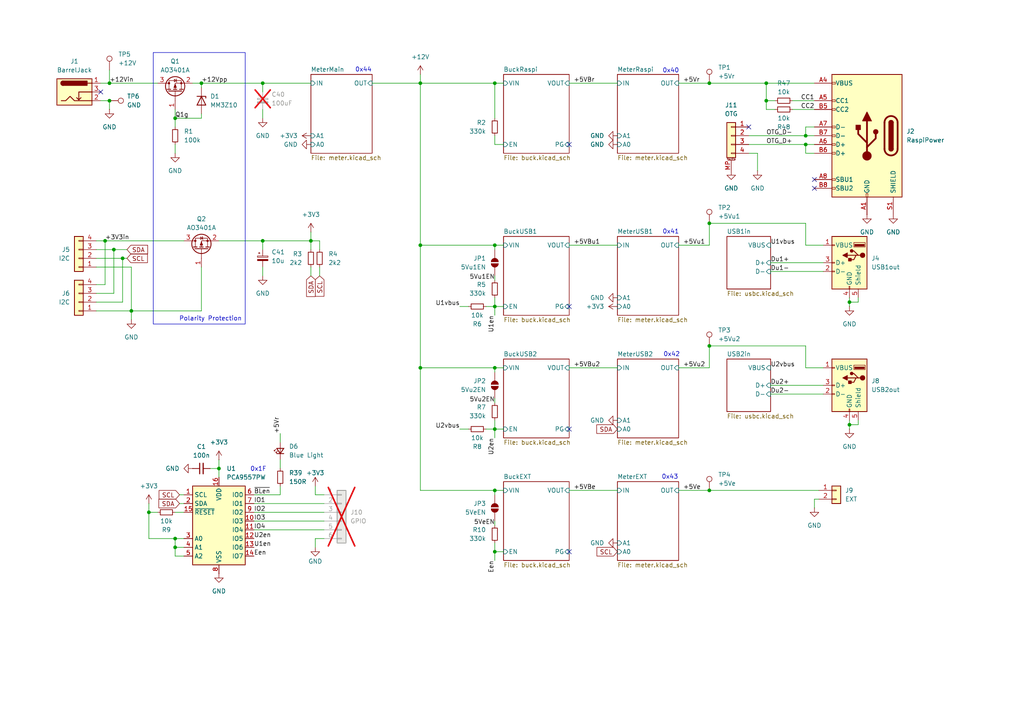
<source format=kicad_sch>
(kicad_sch (version 20231120) (generator "eeschema") (generator_version "8.0")
  (paper "A4")
  (title_block (title "BratwurstPower") (date "${DATE}") (rev "${VERSION}") (company "Qetesh"))
  (lib_symbols
    (symbol "Connector:Barrel_Jack_Switch" (pin_names hide)
      (property "Reference" "J" (at 0 5.334 0))
      (property "Value" "Barrel_Jack_Switch" (at 0 -5.08 0))
      (symbol "Barrel_Jack_Switch_1_1"
        (pin passive line (at 7.62 2.54 180) (length 2.54) (name "~") (number "1"))
        (pin passive line (at 7.62 -2.54 180) (length 2.54) (name "~") (number "2"))
        (pin passive line (at 7.62 0 180) (length 2.54) (name "~") (number "3"))
      )
    )
    (symbol "Connector:TestPoint" (pin_numbers hide) (pin_names (offset 0.762) hide)
      (property "Reference" "TP" (at 0 6.858 0))
      (property "Value" "TestPoint" (at 0 5.08 0))
      (symbol "TestPoint_1_1"
        (pin passive line (at 0 0 90) (length 2.54) (name "1") (number "1"))
      )
    )
    (symbol "Connector:USB_A" (pin_names (offset 1.016))
      (property "Reference" "J" (at -5.08 11.43 0))
      (property "Value" "USB_A" (at -5.08 8.89 0))
      (symbol "USB_A_1_1"
        (pin power_in line (at 7.62 5.08 180) (length 2.54) (name "VBUS") (number "1"))
        (pin bidirectional line (at 7.62 -2.54 180) (length 2.54) (name "D-") (number "2"))
        (pin bidirectional line (at 7.62 0 180) (length 2.54) (name "D+") (number "3"))
        (pin power_in line (at 0 -10.16 90) (length 2.54) (name "GND") (number "4"))
        (pin passive line (at -2.54 -10.16 90) (length 2.54) (name "Shield") (number "5"))
      )
    )
    (symbol "Connector:USB_C_Receptacle_USB2.0_16P" (pin_names (offset 1.016))
      (property "Reference" "J" (at 0 22.225 0))
      (property "Value" "USB_C_Receptacle_USB2.0_16P" (at 0 19.685 0))
      (symbol "USB_C_Receptacle_USB2.0_16P_1_1"
        (pin passive line (at 0 -22.86 90) (length 5.08) (name "GND") (number "A1"))
        (pin passive line (at 0 -22.86 90) (length 5.08) hide (name "GND") (number "A12"))
        (pin passive line (at 15.24 15.24 180) (length 5.08) (name "VBUS") (number "A4"))
        (pin bidirectional line (at 15.24 10.16 180) (length 5.08) (name "CC1") (number "A5"))
        (pin bidirectional line (at 15.24 -2.54 180) (length 5.08) (name "D+") (number "A6"))
        (pin bidirectional line (at 15.24 2.54 180) (length 5.08) (name "D-") (number "A7"))
        (pin bidirectional line (at 15.24 -12.7 180) (length 5.08) (name "SBU1") (number "A8"))
        (pin passive line (at 15.24 15.24 180) (length 5.08) hide (name "VBUS") (number "A9"))
        (pin passive line (at 0 -22.86 90) (length 5.08) hide (name "GND") (number "B1"))
        (pin passive line (at 0 -22.86 90) (length 5.08) hide (name "GND") (number "B12"))
        (pin passive line (at 15.24 15.24 180) (length 5.08) hide (name "VBUS") (number "B4"))
        (pin bidirectional line (at 15.24 7.62 180) (length 5.08) (name "CC2") (number "B5"))
        (pin bidirectional line (at 15.24 -5.08 180) (length 5.08) (name "D+") (number "B6"))
        (pin bidirectional line (at 15.24 0 180) (length 5.08) (name "D-") (number "B7"))
        (pin bidirectional line (at 15.24 -15.24 180) (length 5.08) (name "SBU2") (number "B8"))
        (pin passive line (at 15.24 15.24 180) (length 5.08) hide (name "VBUS") (number "B9"))
        (pin passive line (at -7.62 -22.86 90) (length 5.08) (name "SHIELD") (number "S1"))
      )
    )
    (symbol "Connector_Generic:Conn_01x02" (pin_names (offset 1.016) hide)
      (property "Reference" "J" (at 0 2.54 0))
      (property "Value" "Conn_01x02" (at 0 -5.08 0))
      (symbol "Conn_01x02_1_1"
        (pin passive line (at -5.08 0 0) (length 3.81) (name "Pin_1") (number "1"))
        (pin passive line (at -5.08 -2.54 0) (length 3.81) (name "Pin_2") (number "2"))
      )
    )
    (symbol "Connector_Generic:Conn_01x04" (pin_names (offset 1.016) hide)
      (property "Reference" "J" (at 0 5.08 0))
      (property "Value" "Conn_01x04" (at 0 -7.62 0))
      (symbol "Conn_01x04_1_1"
        (pin passive line (at -5.08 2.54 0) (length 3.81) (name "Pin_1") (number "1"))
        (pin passive line (at -5.08 0 0) (length 3.81) (name "Pin_2") (number "2"))
        (pin passive line (at -5.08 -2.54 0) (length 3.81) (name "Pin_3") (number "3"))
        (pin passive line (at -5.08 -5.08 0) (length 3.81) (name "Pin_4") (number "4"))
      )
    )
    (symbol "Connector_Generic:Conn_01x06" (pin_names (offset 1.016) hide)
      (property "Reference" "J" (at 0 7.62 0))
      (property "Value" "Conn_01x06" (at 0 -10.16 0))
      (symbol "Conn_01x06_1_1"
        (pin passive line (at -5.08 5.08 0) (length 3.81) (name "Pin_1") (number "1"))
        (pin passive line (at -5.08 2.54 0) (length 3.81) (name "Pin_2") (number "2"))
        (pin passive line (at -5.08 0 0) (length 3.81) (name "Pin_3") (number "3"))
        (pin passive line (at -5.08 -2.54 0) (length 3.81) (name "Pin_4") (number "4"))
        (pin passive line (at -5.08 -5.08 0) (length 3.81) (name "Pin_5") (number "5"))
        (pin passive line (at -5.08 -7.62 0) (length 3.81) (name "Pin_6") (number "6"))
      )
    )
    (symbol "Connector_Generic_MountingPin:Conn_01x04_MountingPin" (pin_names (offset 1.016) hide)
      (property "Reference" "J" (at 0 5.08 0))
      (property "Value" "Conn_01x04_MountingPin" (at 1.27 -7.62 0))
      (symbol "Conn_01x04_MountingPin_1_1"
        (text "Mounting" (at 0 -6.731 0) (effects (font (size 0.381 0.381))))
        (pin passive line (at -5.08 2.54 0) (length 3.81) (name "Pin_1") (number "1"))
        (pin passive line (at -5.08 0 0) (length 3.81) (name "Pin_2") (number "2"))
        (pin passive line (at -5.08 -2.54 0) (length 3.81) (name "Pin_3") (number "3"))
        (pin passive line (at -5.08 -5.08 0) (length 3.81) (name "Pin_4") (number "4"))
        (pin passive line (at 0 -10.16 90) (length 3.048) (name "MountPin") (number "MP"))
      )
    )
    (symbol "Device:C_Polarized_Small" (pin_numbers hide) (pin_names (offset 0.254) hide)
      (property "Reference" "C" (at 0.254 1.778 0))
      (property "Value" "C_Polarized_Small" (at 0.254 -2.032 0))
      (symbol "C_Polarized_Small_1_1"
        (pin passive line (at 0 2.54 270) (length 1.8542) (name "~") (number "1"))
        (pin passive line (at 0 -2.54 90) (length 1.8542) (name "~") (number "2"))
      )
    )
    (symbol "Device:C_Small" (pin_numbers hide) (pin_names (offset 0.254) hide)
      (property "Reference" "C" (at 0.254 1.778 0))
      (property "Value" "C_Small" (at 0.254 -2.032 0))
      (symbol "C_Small_1_1"
        (pin passive line (at 0 2.54 270) (length 2.032) (name "~") (number "1"))
        (pin passive line (at 0 -2.54 90) (length 2.032) (name "~") (number "2"))
      )
    )
    (symbol "Device:LED_Small" (pin_numbers hide) (pin_names (offset 0.254) hide)
      (property "Reference" "D" (at -1.27 3.175 0))
      (property "Value" "LED_Small" (at -4.445 -2.54 0))
      (symbol "LED_Small_1_1"
        (pin passive line (at -2.54 0 0) (length 1.778) (name "K") (number "1"))
        (pin passive line (at 2.54 0 180) (length 1.778) (name "A") (number "2"))
      )
    )
    (symbol "Device:R_Small" (pin_numbers hide) (pin_names (offset 0.254) hide)
      (property "Reference" "R" (at 0.762 0.508 0))
      (property "Value" "R_Small" (at 0.762 -1.016 0))
      (symbol "R_Small_1_1"
        (pin passive line (at 0 2.54 270) (length 0.762) (name "~") (number "1"))
        (pin passive line (at 0 -2.54 90) (length 0.762) (name "~") (number "2"))
      )
    )
    (symbol "Diode:MM3Zxx" (pin_numbers hide) (pin_names hide)
      (property "Reference" "D" (at 0 2.54 0))
      (property "Value" "MM3Zxx" (at 0 -2.54 0))
      (symbol "MM3Zxx_1_1"
        (pin passive line (at -3.81 0 0) (length 2.54) (name "K") (number "1"))
        (pin passive line (at 3.81 0 180) (length 2.54) (name "A") (number "2"))
      )
    )
    (symbol "Interface_Expansion:PCA9557PW"
      (property "Reference" "U" (at -7.62 11.43 0))
      (property "Value" "PCA9557PW" (at 2.54 11.43 0))
      (symbol "PCA9557PW_1_1"
        (pin input line (at -10.16 7.62 0) (length 2.54) (name "SCL") (number "1"))
        (pin bidirectional line (at 10.16 0 180) (length 2.54) (name "IO3") (number "10"))
        (pin bidirectional line (at 10.16 -2.54 180) (length 2.54) (name "IO4") (number "11"))
        (pin bidirectional line (at 10.16 -5.08 180) (length 2.54) (name "IO5") (number "12"))
        (pin bidirectional line (at 10.16 -7.62 180) (length 2.54) (name "IO6") (number "13"))
        (pin bidirectional line (at 10.16 -10.16 180) (length 2.54) (name "IO7") (number "14"))
        (pin input line (at -10.16 2.54 0) (length 2.54) (name "~{RESET}") (number "15"))
        (pin power_in line (at 0 12.7 270) (length 2.54) (name "VDD") (number "16"))
        (pin bidirectional line (at -10.16 5.08 0) (length 2.54) (name "SDA") (number "2"))
        (pin input line (at -10.16 -5.08 0) (length 2.54) (name "A0") (number "3"))
        (pin input line (at -10.16 -7.62 0) (length 2.54) (name "A1") (number "4"))
        (pin input line (at -10.16 -10.16 0) (length 2.54) (name "A2") (number "5"))
        (pin bidirectional line (at 10.16 7.62 180) (length 2.54) (name "IO0") (number "6"))
        (pin bidirectional line (at 10.16 5.08 180) (length 2.54) (name "IO1") (number "7"))
        (pin power_in line (at 0 -15.24 90) (length 2.54) (name "VSS") (number "8"))
        (pin bidirectional line (at 10.16 2.54 180) (length 2.54) (name "IO2") (number "9"))
      )
    )
    (symbol "Jumper:SolderJumper_2_Open" (pin_numbers hide) (pin_names (offset 0) hide) (exclude_from_sim yes) (in_bom no)
      (property "Reference" "JP" (at 0 2.032 0))
      (property "Value" "SolderJumper_2_Open" (at 0 -2.54 0))
      (symbol "SolderJumper_2_Open_1_1"
        (pin passive line (at -3.81 0 0) (length 2.54) (name "A") (number "1"))
        (pin passive line (at 3.81 0 180) (length 2.54) (name "B") (number "2"))
      )
    )
    (symbol "Transistor_FET:AO3401A" (pin_names hide)
      (property "Reference" "Q" (at 5.08 1.905 0))
      (property "Value" "AO3401A" (at 5.08 0 0))
      (symbol "AO3401A_1_1"
        (pin input line (at -5.08 0 0) (length 2.54) (name "G") (number "1"))
        (pin passive line (at 2.54 -5.08 90) (length 2.54) (name "S") (number "2"))
        (pin passive line (at 2.54 5.08 270) (length 2.54) (name "D") (number "3"))
      )
    )
    (symbol "power:+12V" (power) (pin_numbers hide) (pin_names (offset 0) hide)
      (property "Value" "+12V" (at 0 3.556 0))
      (symbol "+12V_1_1"
        (pin power_in line (at 0 0 90) (length 0) (name "~") (number "1"))
      )
    )
    (symbol "power:+3V3" (power) (pin_numbers hide) (pin_names (offset 0) hide)
      (property "Value" "+3V3" (at 0 3.556 0))
      (symbol "+3V3_1_1"
        (pin power_in line (at 0 0 90) (length 0) (name "~") (number "1"))
      )
    )
    (symbol "power:GND" (power) (pin_numbers hide) (pin_names (offset 0) hide)
      (property "Value" "GND" (at 0 -3.81 0))
      (symbol "GND_1_1"
        (pin power_in line (at 0 0 270) (length 0) (name "~") (number "1"))
      )
    )
    (symbol "power:PWR_FLAG" (power) (pin_numbers hide) (pin_names (offset 0) hide)
      (property "Value" "PWR_FLAG" (at 0 3.81 0))
      (symbol "PWR_FLAG_0_0"
        (pin power_out line (at 0 0 90) (length 0) (name "~") (number "1"))
      )
    )
  )
  (junction (at 143.51 142.24))
  (junction (at 121.92 24.13))
  (junction (at 246.38 123.19))
  (junction (at 143.51 24.13))
  (junction (at 76.2 24.13))
  (junction (at 205.74 142.24))
  (junction (at 58.42 24.13))
  (junction (at 43.18 148.59))
  (junction (at 31.75 24.13))
  (junction (at 50.8 156.21))
  (junction (at 205.74 64.77))
  (junction (at 143.51 71.12))
  (junction (at 205.74 100.33))
  (junction (at 222.25 29.21))
  (junction (at 222.25 24.13))
  (junction (at 38.1 90.17))
  (junction (at 31.75 29.21))
  (junction (at 76.2 69.85))
  (junction (at 121.92 71.12))
  (junction (at 246.38 87.63))
  (junction (at 143.51 88.9))
  (junction (at 143.51 124.46))
  (junction (at 50.8 158.75))
  (junction (at 30.48 69.85))
  (junction (at 143.51 160.02))
  (junction (at 205.74 24.13))
  (junction (at 121.92 106.68))
  (junction (at 63.5 135.89))
  (junction (at 143.51 106.68))
  (junction (at 35.56 74.93))
  (junction (at 233.68 39.37))
  (junction (at 90.17 69.85))
  (junction (at 50.8 34.29))
  (junction (at 233.68 41.91))
  (junction (at 33.02 72.39))
  (no_connect (at 165.1 88.9))
  (no_connect (at 165.1 124.46))
  (no_connect (at 165.1 160.02))
  (no_connect (at 165.1 41.91))
  (no_connect (at 236.22 52.07))
  (no_connect (at 29.21 26.67))
  (no_connect (at 236.22 54.61))
  (no_connect (at 217.17 36.83))
  (wire (pts (xy 30.48 69.85) (xy 27.94 69.85)))
  (wire (pts (xy 31.75 29.21) (xy 31.75 31.75)))
  (wire (pts (xy 27.94 90.17) (xy 38.1 90.17)))
  (wire (pts (xy 91.44 158.75) (xy 91.44 156.21)))
  (wire (pts (xy 31.75 29.21) (xy 29.21 29.21)))
  (wire (pts (xy 50.8 34.29) (xy 58.42 34.29)))
  (wire (pts (xy 143.51 24.13) (xy 143.51 34.29)))
  (wire (pts (xy 143.51 121.92) (xy 143.51 124.46)))
  (wire (pts (xy 73.66 148.59) (xy 93.98 148.59)))
  (wire (pts (xy 143.51 71.12) (xy 146.05 71.12)))
  (wire (pts (xy 81.28 125.73) (xy 81.28 128.27)))
  (wire (pts (xy 222.25 31.75) (xy 222.25 29.21)))
  (wire (pts (xy 140.97 88.9) (xy 143.51 88.9)))
  (wire (pts (xy 217.17 39.37) (xy 233.68 39.37)))
  (wire (pts (xy 63.5 133.35) (xy 63.5 135.89)))
  (wire (pts (xy 121.92 106.68) (xy 143.51 106.68)))
  (wire (pts (xy 43.18 156.21) (xy 43.18 148.59)))
  (wire (pts (xy 50.8 156.21) (xy 43.18 156.21)))
  (wire (pts (xy 222.25 24.13) (xy 236.22 24.13)))
  (wire (pts (xy 143.51 124.46) (xy 143.51 127)))
  (wire (pts (xy 143.51 106.68) (xy 143.51 107.95)))
  (wire (pts (xy 140.97 124.46) (xy 143.51 124.46)))
  (wire (pts (xy 143.51 157.48) (xy 143.51 160.02)))
  (wire (pts (xy 143.51 88.9) (xy 143.51 91.44)))
  (wire (pts (xy 223.52 78.74) (xy 238.76 78.74)))
  (wire (pts (xy 90.17 69.85) (xy 90.17 72.39)))
  (wire (pts (xy 205.74 142.24) (xy 237.49 142.24)))
  (wire (pts (xy 196.85 142.24) (xy 205.74 142.24)))
  (wire (pts (xy 248.92 123.19) (xy 248.92 121.92)))
  (wire (pts (xy 246.38 87.63) (xy 246.38 86.36)))
  (wire (pts (xy 50.8 34.29) (xy 50.8 36.83)))
  (wire (pts (xy 223.52 114.3) (xy 238.76 114.3)))
  (wire (pts (xy 219.71 49.53) (xy 219.71 44.45)))
  (wire (pts (xy 205.74 64.77) (xy 233.68 64.77)))
  (wire (pts (xy 233.68 41.91) (xy 236.22 41.91)))
  (wire (pts (xy 58.42 24.13) (xy 55.88 24.13)))
  (wire (pts (xy 58.42 34.29) (xy 58.42 33.02)))
  (wire (pts (xy 233.68 106.68) (xy 238.76 106.68)))
  (wire (pts (xy 73.66 151.13) (xy 93.98 151.13)))
  (wire (pts (xy 58.42 77.47) (xy 58.42 90.17)))
  (wire (pts (xy 219.71 44.45) (xy 217.17 44.45)))
  (wire (pts (xy 33.02 72.39) (xy 36.83 72.39)))
  (wire (pts (xy 133.35 88.9) (xy 135.89 88.9)))
  (wire (pts (xy 121.92 21.59) (xy 121.92 24.13)))
  (wire (pts (xy 196.85 106.68) (xy 205.74 106.68)))
  (wire (pts (xy 223.52 76.2) (xy 238.76 76.2)))
  (wire (pts (xy 246.38 123.19) (xy 246.38 124.46)))
  (wire (pts (xy 76.2 24.13) (xy 76.2 26.67)))
  (wire (pts (xy 165.1 106.68) (xy 179.07 106.68)))
  (wire (pts (xy 246.38 123.19) (xy 248.92 123.19)))
  (wire (pts (xy 146.05 142.24) (xy 143.51 142.24)))
  (wire (pts (xy 121.92 24.13) (xy 143.51 24.13)))
  (wire (pts (xy 165.1 142.24) (xy 179.07 142.24)))
  (wire (pts (xy 81.28 143.51) (xy 73.66 143.51)))
  (wire (pts (xy 50.8 148.59) (xy 53.34 148.59)))
  (wire (pts (xy 76.2 77.47) (xy 76.2 80.01)))
  (wire (pts (xy 27.94 72.39) (xy 33.02 72.39)))
  (wire (pts (xy 33.02 85.09) (xy 33.02 72.39)))
  (wire (pts (xy 38.1 92.71) (xy 38.1 90.17)))
  (wire (pts (xy 58.42 24.13) (xy 76.2 24.13)))
  (wire (pts (xy 196.85 24.13) (xy 205.74 24.13)))
  (wire (pts (xy 30.48 69.85) (xy 53.34 69.85)))
  (wire (pts (xy 143.51 142.24) (xy 143.51 143.51)))
  (wire (pts (xy 76.2 69.85) (xy 90.17 69.85)))
  (wire (pts (xy 229.87 29.21) (xy 236.22 29.21)))
  (wire (pts (xy 121.92 71.12) (xy 143.51 71.12)))
  (wire (pts (xy 236.22 44.45) (xy 233.68 44.45)))
  (wire (pts (xy 196.85 71.12) (xy 205.74 71.12)))
  (wire (pts (xy 121.92 24.13) (xy 121.92 71.12)))
  (wire (pts (xy 50.8 31.75) (xy 50.8 34.29)))
  (wire (pts (xy 90.17 77.47) (xy 90.17 80.01)))
  (wire (pts (xy 91.44 140.97) (xy 91.44 143.51)))
  (wire (pts (xy 76.2 69.85) (xy 76.2 72.39)))
  (wire (pts (xy 58.42 25.4) (xy 58.42 24.13)))
  (wire (pts (xy 121.92 106.68) (xy 121.92 142.24)))
  (wire (pts (xy 73.66 146.05) (xy 93.98 146.05)))
  (wire (pts (xy 233.68 64.77) (xy 233.68 71.12)))
  (wire (pts (xy 233.68 44.45) (xy 233.68 41.91)))
  (wire (pts (xy 27.94 87.63) (xy 35.56 87.63)))
  (wire (pts (xy 205.74 71.12) (xy 205.74 64.77)))
  (wire (pts (xy 246.38 87.63) (xy 246.38 88.9)))
  (wire (pts (xy 143.51 115.57) (xy 143.51 116.84)))
  (wire (pts (xy 38.1 90.17) (xy 38.1 77.47)))
  (wire (pts (xy 246.38 123.19) (xy 246.38 121.92)))
  (wire (pts (xy 143.51 86.36) (xy 143.51 88.9)))
  (wire (pts (xy 81.28 140.97) (xy 81.28 143.51)))
  (wire (pts (xy 143.51 39.37) (xy 143.51 41.91)))
  (wire (pts (xy 58.42 90.17) (xy 38.1 90.17)))
  (wire (pts (xy 81.28 133.35) (xy 81.28 135.89)))
  (wire (pts (xy 233.68 100.33) (xy 233.68 106.68)))
  (wire (pts (xy 91.44 156.21) (xy 93.98 156.21)))
  (wire (pts (xy 90.17 67.31) (xy 90.17 69.85)))
  (wire (pts (xy 165.1 24.13) (xy 179.07 24.13)))
  (wire (pts (xy 53.34 156.21) (xy 50.8 156.21)))
  (wire (pts (xy 50.8 161.29) (xy 50.8 158.75)))
  (wire (pts (xy 35.56 74.93) (xy 36.83 74.93)))
  (wire (pts (xy 53.34 161.29) (xy 50.8 161.29)))
  (wire (pts (xy 143.51 88.9) (xy 146.05 88.9)))
  (wire (pts (xy 53.34 158.75) (xy 50.8 158.75)))
  (wire (pts (xy 236.22 147.32) (xy 236.22 144.78)))
  (wire (pts (xy 143.51 72.39) (xy 143.51 71.12)))
  (wire (pts (xy 143.51 41.91) (xy 146.05 41.91)))
  (wire (pts (xy 233.68 71.12) (xy 238.76 71.12)))
  (wire (pts (xy 143.51 80.01) (xy 143.51 81.28)))
  (wire (pts (xy 143.51 124.46) (xy 146.05 124.46)))
  (wire (pts (xy 76.2 24.13) (xy 90.17 24.13)))
  (wire (pts (xy 63.5 69.85) (xy 76.2 69.85)))
  (wire (pts (xy 27.94 82.55) (xy 30.48 82.55)))
  (wire (pts (xy 233.68 36.83) (xy 233.68 39.37)))
  (wire (pts (xy 236.22 144.78) (xy 237.49 144.78)))
  (wire (pts (xy 27.94 85.09) (xy 33.02 85.09)))
  (wire (pts (xy 27.94 77.47) (xy 38.1 77.47)))
  (wire (pts (xy 248.92 87.63) (xy 248.92 86.36)))
  (wire (pts (xy 92.71 69.85) (xy 92.71 72.39)))
  (wire (pts (xy 63.5 135.89) (xy 63.5 138.43)))
  (wire (pts (xy 233.68 39.37) (xy 236.22 39.37)))
  (wire (pts (xy 50.8 41.91) (xy 50.8 44.45)))
  (wire (pts (xy 43.18 146.05) (xy 43.18 148.59)))
  (wire (pts (xy 236.22 36.83) (xy 233.68 36.83)))
  (wire (pts (xy 246.38 87.63) (xy 248.92 87.63)))
  (wire (pts (xy 229.87 31.75) (xy 236.22 31.75)))
  (wire (pts (xy 91.44 143.51) (xy 93.98 143.51)))
  (wire (pts (xy 31.75 24.13) (xy 45.72 24.13)))
  (wire (pts (xy 76.2 31.75) (xy 76.2 34.29)))
  (wire (pts (xy 143.51 151.13) (xy 143.51 152.4)))
  (wire (pts (xy 121.92 71.12) (xy 121.92 106.68)))
  (wire (pts (xy 43.18 148.59) (xy 45.72 148.59)))
  (wire (pts (xy 27.94 74.93) (xy 35.56 74.93)))
  (wire (pts (xy 217.17 41.91) (xy 233.68 41.91)))
  (wire (pts (xy 29.21 24.13) (xy 31.75 24.13)))
  (wire (pts (xy 50.8 158.75) (xy 50.8 156.21)))
  (wire (pts (xy 222.25 29.21) (xy 222.25 24.13)))
  (wire (pts (xy 205.74 24.13) (xy 222.25 24.13)))
  (wire (pts (xy 205.74 100.33) (xy 233.68 100.33)))
  (wire (pts (xy 143.51 160.02) (xy 143.51 162.56)))
  (wire (pts (xy 224.79 29.21) (xy 222.25 29.21)))
  (wire (pts (xy 52.07 143.51) (xy 53.34 143.51)))
  (wire (pts (xy 205.74 106.68) (xy 205.74 100.33)))
  (wire (pts (xy 223.52 111.76) (xy 238.76 111.76)))
  (wire (pts (xy 143.51 24.13) (xy 146.05 24.13)))
  (wire (pts (xy 143.51 106.68) (xy 146.05 106.68)))
  (wire (pts (xy 60.96 135.89) (xy 63.5 135.89)))
  (wire (pts (xy 30.48 82.55) (xy 30.48 69.85)))
  (wire (pts (xy 92.71 77.47) (xy 92.71 80.01)))
  (wire (pts (xy 107.95 24.13) (xy 121.92 24.13)))
  (wire (pts (xy 31.75 20.32) (xy 31.75 24.13)))
  (wire (pts (xy 224.79 31.75) (xy 222.25 31.75)))
  (wire (pts (xy 143.51 160.02) (xy 146.05 160.02)))
  (wire (pts (xy 121.92 142.24) (xy 143.51 142.24)))
  (wire (pts (xy 92.71 69.85) (xy 90.17 69.85)))
  (wire (pts (xy 52.07 146.05) (xy 53.34 146.05)))
  (wire (pts (xy 165.1 71.12) (xy 179.07 71.12)))
  (wire (pts (xy 35.56 87.63) (xy 35.56 74.93)))
  (wire (pts (xy 73.66 153.67) (xy 93.98 153.67)))
  (wire (pts (xy 133.35 124.46) (xy 135.89 124.46)))
  (text_box "Polarity Protection" (at 44.45 15.24 0) (size 26.67 78.74) (effects (font (size 1.27 1.27)) (justify right bottom)))
  (text "0x41" (at 194.564 67.31 0) (effects (font (size 1.27 1.27))))
  (text "0x1F" (at 74.93 136.144 0) (effects (font (size 1.27 1.27))))
  (text "0x44" (at 105.41 20.32 0) (effects (font (size 1.27 1.27))))
  (text "0x40" (at 194.564 20.574 0) (effects (font (size 1.27 1.27))))
  (text "0x43" (at 194.31 138.43 0) (effects (font (size 1.27 1.27))))
  (text "0x42" (at 194.818 102.87 0) (effects (font (size 1.27 1.27))))
  (label "5Vu2EN" (at 143.51 116.84 180))
  (label "~{BLen}" (at 73.66 143.51 0))
  (label "+5VBr" (at 166.37 24.13 0))
  (label "U2en" (at 143.51 127 270))
  (label "IO1" (at 73.66 146.05 0))
  (label "Een" (at 143.51 162.56 270))
  (label "U1en" (at 73.66 158.75 0))
  (label "IO3" (at 73.66 151.13 0))
  (label "Q1g" (at 50.8 34.29 0))
  (label "IO2" (at 73.66 148.59 0))
  (label "+12Vpp" (at 58.42 24.13 0))
  (label "U1en" (at 143.51 91.44 270))
  (label "U1vbus" (at 223.52 71.12 0))
  (label "5VeEN" (at 143.51 152.4 180))
  (label "U2vbus" (at 223.52 106.68 0))
  (label "CC2" (at 236.22 31.75 180))
  (label "+5Vu2" (at 198.12 106.68 0))
  (label "Een" (at 73.66 161.29 0))
  (label "+5VBu1" (at 166.37 71.12 0))
  (label "Du1-" (at 223.52 78.74 0))
  (label "Du2+" (at 223.52 111.76 0))
  (label "5Vu1EN" (at 143.51 81.28 180))
  (label "OTG_D-" (at 222.25 39.37 0))
  (label "+5Vr" (at 198.12 24.13 0))
  (label "U2vbus" (at 133.35 124.46 180))
  (label "+5Vr" (at 81.28 125.73 90))
  (label "IO4" (at 73.66 153.67 0))
  (label "+3V3in" (at 30.48 69.85 0))
  (label "OTG_D+" (at 222.25 41.91 0))
  (label "U2en" (at 73.66 156.21 0))
  (label "+5Ve" (at 198.12 142.24 0))
  (label "+12Vin" (at 31.75 24.13 0))
  (label "Du1+" (at 223.52 76.2 0))
  (label "U1vbus" (at 133.35 88.9 180))
  (label "+5VBe" (at 166.37 142.24 0))
  (label "+5VBu2" (at 166.37 106.68 0))
  (label "+5Vu1" (at 198.12 71.12 0))
  (label "CC1" (at 236.22 29.21 180))
  (label "Du2-" (at 223.52 114.3 0))
  (global_label "SDA" (shape input) (at 90.17 80.01 270) (property "Intersheetrefs" "${INTERSHEET_REFS}" (effects (hide yes))))
  (global_label "SCL" (shape input) (at 179.07 160.02 180) (property "Intersheetrefs" "${INTERSHEET_REFS}" (effects (hide yes))))
  (global_label "SCL" (shape input) (at 36.83 74.93 0) (property "Intersheetrefs" "${INTERSHEET_REFS}" (effects (hide yes))))
  (global_label "SDA" (shape input) (at 52.07 146.05 180) (property "Intersheetrefs" "${INTERSHEET_REFS}" (effects (hide yes))))
  (global_label "SDA" (shape input) (at 36.83 72.39 0) (property "Intersheetrefs" "${INTERSHEET_REFS}" (effects (hide yes))))
  (global_label "SCL" (shape input) (at 52.07 143.51 180) (property "Intersheetrefs" "${INTERSHEET_REFS}" (effects (hide yes))))
  (global_label "SCL" (shape input) (at 92.71 80.01 270) (property "Intersheetrefs" "${INTERSHEET_REFS}" (effects (hide yes))))
  (global_label "SDA" (shape input) (at 179.07 124.46 180) (property "Intersheetrefs" "${INTERSHEET_REFS}" (effects (hide yes))))
  (symbol (lib_id "power:+3V3") (at 90.17 67.31 0) (unit 1)
    (property "Reference" "#PWR06" (effects (hide yes)))
    (property "Value" "+3V3" (at 90.17 62.23 0))
    (property "Description" "Power symbol creates a global label with name \"+3V3\"" (effects (hide yes)))
  )
  (symbol (lib_id "power:GND") (at -10.16 162.56 180) (unit 1)
    (property "Reference" "#PWR022" (effects (hide yes)))
    (property "Value" "GND" (at -10.16 157.48 0))
    (property "Description" "Power symbol creates a global label with name \"GND\" , ground" (effects (hide yes)))
  )
  (symbol (lib_id "Device:C_Polarized_Small") (at 76.2 74.93 0) (unit 1)
    (property "Reference" "C41" (at 78.74 73.1138 0) (effects (justify left)))
    (property "Value" "10u" (at 78.74 75.6538 0) (effects (justify left)))
    (property "Footprint" "Capacitor_Tantalum_SMD:CP_EIA-3216-18_Kemet-A" (effects (hide yes)))
    (property "Description" "Polarized capacitor, small symbol" (effects (hide yes)))
  )
  (symbol (lib_id "power:PWR_FLAG") (at -20.32 162.56 180) (unit 1)
    (property "Reference" "#FLG03" (effects (hide yes)))
    (property "Value" "PWR_FLAG" (at -20.32 167.64 0))
    (property "Description" "Special symbol for telling ERC where power comes from" (effects (hide yes)))
  )
  (symbol (lib_id "Device:R_Small") (at 48.26 148.59 90) (mirror x) (unit 1)
    (property "Reference" "R9" (at 48.26 153.67 90))
    (property "Value" "10k" (at 48.26 151.13 90))
    (property "Footprint" "Resistor_SMD:R_0402_1005Metric" (effects (hide yes)))
    (property "Description" "Resistor, small symbol" (effects (hide yes)))
    (property "LCSC" "C25744" (effects (hide yes)))
  )
  (symbol (lib_id "Connector:USB_A") (at 246.38 76.2 0) (mirror y) (unit 1)
    (property "Reference" "J4" (at 252.73 74.9299 0) (effects (justify right)))
    (property "Value" "USB1out" (at 252.73 77.4699 0) (effects (justify right)))
    (property "Footprint" "Connector_USB:USB_A_Molex_67643_Horizontal" (effects (hide yes)))
    (property "Description" "USB Type A connector" (effects (hide yes)))
    (property "LCSC" "C2798029" (effects (hide yes)))
  )
  (symbol (lib_id "Device:C_Polarized_Small") (at 76.2 29.21 0) (unit 1) (dnp yes)
    (property "Reference" "C40" (at 78.74 27.3938 0) (effects (justify left)))
    (property "Value" "100uF" (at 78.74 29.9338 0) (effects (justify left)))
    (property "Footprint" "Capacitor_THT:CP_Radial_D6.3mm_P2.50mm" (effects (hide yes)))
    (property "Description" "Polarized capacitor, small symbol" (effects (hide yes)))
  )
  (symbol (lib_id "Diode:MM3Zxx") (at 58.42 29.21 270) (unit 1)
    (property "Reference" "D1" (at 60.96 27.9399 90) (effects (justify left)))
    (property "Value" "MM3Z10" (at 60.96 30.4799 90) (effects (justify left)))
    (property "Footprint" "Diode_SMD:D_SOD-323F" (effects (hide yes)))
    (property "Datasheet" "https://diotec.com/tl_files/diotec/files/pdf/datasheets/mm3z2v4.pdf" (effects (hide yes)))
    (property "Description" "300mW Zener Diode, SOD-323F" (effects (hide yes)))
    (property "LCSC" "C19077459" (effects (hide yes)))
  )
  (symbol (lib_id "power:+3V3") (at -20.32 162.56 0) (unit 1)
    (property "Reference" "#PWR039" (effects (hide yes)))
    (property "Value" "+3V3" (at -20.32 157.48 0))
    (property "Description" "Power symbol creates a global label with name \"+3V3\"" (effects (hide yes)))
  )
  (symbol (lib_id "Connector:TestPoint") (at 205.74 64.77 0) (unit 1) (in_bom no)
    (property "Reference" "TP2" (at 208.28 60.1979 0) (effects (justify left)))
    (property "Value" "+5Vu1" (at 208.28 62.7379 0) (effects (justify left)))
    (property "Footprint" "TestPoint:TestPoint_THTPad_D1.0mm_Drill0.5mm" (effects (hide yes)))
    (property "Description" "test point" (effects (hide yes)))
  )
  (symbol (lib_id "power:+3V3") (at 91.44 140.97 0) (unit 1)
    (property "Reference" "#PWR041" (effects (hide yes)))
    (property "Value" "+3V3" (at 91.44 137.16 0))
    (property "Description" "Power symbol creates a global label with name \"+3V3\"" (effects (hide yes)))
  )
  (symbol (lib_id "Device:R_Small") (at 143.51 36.83 0) (unit 1)
    (property "Reference" "R2" (at 140.97 35.5599 0) (effects (justify right)))
    (property "Value" "330k" (at 140.97 38.0999 0) (effects (justify right)))
    (property "Footprint" "Resistor_SMD:R_0402_1005Metric" (effects (hide yes)))
    (property "Description" "Resistor, small symbol" (effects (hide yes)))
    (property "LCSC" "C25778" (effects (hide yes)))
  )
  (symbol (lib_id "power:GND") (at 50.8 44.45 0) (unit 1)
    (property "Reference" "#PWR021" (effects (hide yes)))
    (property "Value" "GND" (at 50.8 49.53 0))
    (property "Description" "Power symbol creates a global label with name \"GND\" , ground" (effects (hide yes)))
  )
  (symbol (lib_id "Device:R_Small") (at 143.51 154.94 0) (unit 1)
    (property "Reference" "R10" (at 140.97 153.6699 0) (effects (justify right)))
    (property "Value" "330k" (at 140.97 156.2099 0) (effects (justify right)))
    (property "Footprint" "Resistor_SMD:R_0402_1005Metric" (effects (hide yes)))
    (property "Description" "Resistor, small symbol" (effects (hide yes)))
    (property "LCSC" "C25778" (effects (hide yes)))
  )
  (symbol (lib_id "power:+12V") (at 121.92 21.59 0) (unit 1)
    (property "Reference" "#PWR01" (effects (hide yes)))
    (property "Value" "+12V" (at 121.92 16.51 0))
    (property "Description" "Power symbol creates a global label with name \"+12V\"" (effects (hide yes)))
  )
  (symbol (lib_id "Connector:TestPoint") (at 31.75 20.32 0) (mirror y) (unit 1) (in_bom no)
    (property "Reference" "TP5" (at 34.29 15.7479 0) (effects (justify right)))
    (property "Value" "+12V" (at 34.29 18.2879 0) (effects (justify right)))
    (property "Footprint" "TestPoint:TestPoint_THTPad_D2.0mm_Drill1.0mm" (effects (hide yes)))
    (property "Description" "test point" (effects (hide yes)))
  )
  (symbol (lib_id "Connector:Barrel_Jack_Switch") (at 21.59 26.67 0) (unit 1)
    (property "Reference" "J1" (at 21.59 17.78 0))
    (property "Value" "BarrelJack" (at 21.59 20.32 0))
    (property "Footprint" "BratwurstPower:BarrelJack_Combined" (effects (hide yes)))
    (property "Description" "DC Barrel Jack with an internal switch" (effects (hide yes)))
  )
  (symbol (lib_id "power:GND") (at 179.07 39.37 270) (unit 1)
    (property "Reference" "#PWR02" (effects (hide yes)))
    (property "Value" "GND" (at 175.26 39.3699 90) (effects (justify right)))
    (property "Description" "Power symbol creates a global label with name \"GND\" , ground" (effects (hide yes)))
  )
  (symbol (lib_id "Connector:TestPoint") (at 205.74 100.33 0) (unit 1) (in_bom no)
    (property "Reference" "TP3" (at 208.28 95.7579 0) (effects (justify left)))
    (property "Value" "+5Vu2" (at 208.28 98.2979 0) (effects (justify left)))
    (property "Footprint" "TestPoint:TestPoint_THTPad_D1.0mm_Drill0.5mm" (effects (hide yes)))
    (property "Description" "test point" (effects (hide yes)))
  )
  (symbol (lib_id "Jumper:SolderJumper_2_Open") (at 143.51 76.2 270) (mirror x) (unit 1) (exclude_from_sim yes) (in_bom no)
    (property "Reference" "JP1" (at 140.97 74.9299 90) (effects (justify right)))
    (property "Value" "5Vu1EN" (at 140.97 77.4699 90) (effects (justify right)))
    (property "Footprint" "Jumper:SolderJumper-2_P1.3mm_Open_TrianglePad1.0x1.5mm" (effects (hide yes)))
    (property "Description" "Solder Jumper, 2-pole, open" (effects (hide yes)))
  )
  (symbol (lib_id "Interface_Expansion:PCA9557PW") (at 63.5 151.13 0) (unit 1)
    (property "Reference" "U1" (at 65.6941 135.89 0) (effects (justify left)))
    (property "Value" "PCA9557PW" (at 65.6941 138.43 0) (effects (justify left)))
    (property "Footprint" "Package_SO:TSSOP-16_4.4x5mm_P0.65mm" (effects (hide yes)))
    (property "Datasheet" "https://www.nxp.com/docs/en/data-sheet/PCA9557.pdf" (effects (hide yes)))
    (property "Description" "8-bit I2C-bus and SMBus I/O port with reset, TSSOP-16" (effects (hide yes)))
    (property "LCSC" "C141380" (effects (hide yes)))
  )
  (symbol (lib_id "Connector_Generic:Conn_01x06") (at 99.06 148.59 0) (unit 1) (dnp yes)
    (property "Reference" "J10" (at 101.6 148.5899 0) (effects (justify left)))
    (property "Value" "GPIO" (at 101.6 151.1299 0) (effects (justify left)))
    (property "Footprint" "Connector_PinHeader_2.54mm:PinHeader_1x06_P2.54mm_Vertical" (effects (hide yes)))
    (property "Description" "Generic connector, single row, 01x06, script generated (kicad-library-utils/schlib/autogen/connector/)" (effects (hide yes)))
  )
  (symbol (lib_id "Connector:USB_A") (at 246.38 111.76 0) (mirror y) (unit 1)
    (property "Reference" "J8" (at 252.73 110.4899 0) (effects (justify right)))
    (property "Value" "USB2out" (at 252.73 113.0299 0) (effects (justify right)))
    (property "Footprint" "Connector_USB:USB_A_Molex_67643_Horizontal" (effects (hide yes)))
    (property "Description" "USB Type A connector" (effects (hide yes)))
    (property "LCSC" "C2798029" (effects (hide yes)))
  )
  (symbol (lib_id "Device:R_Small") (at 138.43 88.9 90) (mirror x) (unit 1)
    (property "Reference" "R6" (at 138.43 93.98 90))
    (property "Value" "10k" (at 138.43 91.44 90))
    (property "Footprint" "Resistor_SMD:R_0402_1005Metric" (effects (hide yes)))
    (property "Description" "Resistor, small symbol" (effects (hide yes)))
    (property "LCSC" "C25744" (effects (hide yes)))
  )
  (symbol (lib_id "power:+3V3") (at 43.18 146.05 0) (unit 1)
    (property "Reference" "#PWR017" (effects (hide yes)))
    (property "Value" "+3V3" (at 43.18 140.97 0))
    (property "Description" "Power symbol creates a global label with name \"+3V3\"" (effects (hide yes)))
  )
  (symbol (lib_id "power:GND") (at 76.2 80.01 0) (unit 1)
    (property "Reference" "#PWR048" (effects (hide yes)))
    (property "Value" "GND" (at 76.2 85.09 0))
    (property "Description" "Power symbol creates a global label with name \"GND\" , ground" (effects (hide yes)))
  )
  (symbol (lib_id "power:GND") (at 179.07 41.91 270) (unit 1)
    (property "Reference" "#PWR03" (effects (hide yes)))
    (property "Value" "GND" (at 175.26 41.9099 90) (effects (justify right)))
    (property "Description" "Power symbol creates a global label with name \"GND\" , ground" (effects (hide yes)))
  )
  (symbol (lib_id "Device:R_Small") (at 227.33 29.21 90) (mirror x) (unit 1)
    (property "Reference" "R47" (at 227.33 24.13 90))
    (property "Value" "10k" (at 227.33 26.67 90))
    (property "Footprint" "Resistor_SMD:R_0402_1005Metric" (effects (hide yes)))
    (property "Description" "Resistor, small symbol" (effects (hide yes)))
    (property "LCSC" "C25744" (effects (hide yes)))
  )
  (symbol (lib_id "Device:R_Small") (at 138.43 124.46 90) (mirror x) (unit 1)
    (property "Reference" "R8" (at 138.43 129.54 90))
    (property "Value" "10k" (at 138.43 127 90))
    (property "Footprint" "Resistor_SMD:R_0402_1005Metric" (effects (hide yes)))
    (property "Description" "Resistor, small symbol" (effects (hide yes)))
    (property "LCSC" "C25744" (effects (hide yes)))
  )
  (symbol (lib_id "Connector_Generic_MountingPin:Conn_01x04_MountingPin") (at 212.09 39.37 0) (mirror y) (unit 1)
    (property "Reference" "J11" (at 212.09 30.48 0))
    (property "Value" "OTG" (at 212.09 33.02 0))
    (property "Footprint" "Connector_JST:JST_SH_SM04B-SRSS-TB_1x04-1MP_P1.00mm_Horizontal" (effects (hide yes)))
    (property "Description" "Generic connectable mounting pin connector, single row, 01x04, script generated (kicad-library-utils/schlib/autogen/connector/)" (effects (hide yes)))
    (property "LCSC" "C160404" (effects (hide yes)))
  )
  (symbol (lib_id "power:GND") (at 31.75 31.75 0) (unit 1)
    (property "Reference" "#PWR05" (effects (hide yes)))
    (property "Value" "GND" (at 31.75 36.83 0))
    (property "Description" "Power symbol creates a global label with name \"GND\" , ground" (effects (hide yes)))
  )
  (symbol (lib_id "Connector:TestPoint") (at 205.74 24.13 0) (unit 1) (in_bom no)
    (property "Reference" "TP1" (at 208.28 19.5579 0) (effects (justify left)))
    (property "Value" "+5Vr" (at 208.28 22.0979 0) (effects (justify left)))
    (property "Footprint" "TestPoint:TestPoint_THTPad_D1.0mm_Drill0.5mm" (effects (hide yes)))
    (property "Description" "test point" (effects (hide yes)))
  )
  (symbol (lib_id "power:GND") (at 179.07 121.92 270) (unit 1)
    (property "Reference" "#PWR012" (effects (hide yes)))
    (property "Value" "GND" (at 175.26 121.9199 90) (effects (justify right)))
    (property "Description" "Power symbol creates a global label with name \"GND\" , ground" (effects (hide yes)))
  )
  (symbol (lib_id "Connector_Generic:Conn_01x04") (at 22.86 74.93 180) (unit 1)
    (property "Reference" "J5" (at 20.32 72.3899 0) (effects (justify left)))
    (property "Value" "I2C" (at 20.32 74.9299 0) (effects (justify left)))
    (property "Footprint" "Connector_JST:JST_PH_S4B-PH-K_1x04_P2.00mm_Horizontal" (effects (hide yes)))
    (property "Description" "Generic connector, single row, 01x04, script generated (kicad-library-utils/schlib/autogen/connector/)" (effects (hide yes)))
    (property "LCSC" "C265452" (effects (hide yes)))
  )
  (symbol (lib_id "power:GND") (at 219.71 49.53 0) (unit 1)
    (property "Reference" "#PWR054" (effects (hide yes)))
    (property "Value" "GND" (at 219.71 54.61 0))
    (property "Description" "Power symbol creates a global label with name \"GND\" , ground" (effects (hide yes)))
  )
  (symbol (lib_id "power:GND") (at 246.38 88.9 0) (unit 1)
    (property "Reference" "#PWR010" (effects (hide yes)))
    (property "Value" "GND" (at 246.38 93.98 0))
    (property "Description" "Power symbol creates a global label with name \"GND\" , ground" (effects (hide yes)))
  )
  (symbol (lib_id "Device:R_Small") (at 81.28 138.43 0) (unit 1)
    (property "Reference" "R39" (at 83.82 137.1599 0) (effects (justify left)))
    (property "Value" "150R" (at 83.82 139.6999 0) (effects (justify left)))
    (property "Footprint" "Resistor_SMD:R_0402_1005Metric" (effects (hide yes)))
    (property "Description" "Resistor, small symbol" (effects (hide yes)))
    (property "LCSC" "C25082" (effects (hide yes)))
  )
  (symbol (lib_id "Jumper:SolderJumper_2_Open") (at 143.51 147.32 270) (mirror x) (unit 1) (exclude_from_sim yes) (in_bom no)
    (property "Reference" "JP3" (at 140.97 146.0499 90) (effects (justify right)))
    (property "Value" "5VeEN" (at 140.97 148.5899 90) (effects (justify right)))
    (property "Footprint" "Jumper:SolderJumper-2_P1.3mm_Open_TrianglePad1.0x1.5mm" (effects (hide yes)))
    (property "Description" "Solder Jumper, 2-pole, open" (effects (hide yes)))
  )
  (symbol (lib_id "Connector:USB_C_Receptacle_USB2.0_16P") (at 251.46 39.37 0) (mirror y) (unit 1)
    (property "Reference" "J2" (at 262.89 38.0999 0) (effects (justify right)))
    (property "Value" "RaspiPower" (at 262.89 40.6399 0) (effects (justify right)))
    (property "Footprint" "Connector_USB:USB_C_Receptacle_GCT_USB4105-xx-A_16P_TopMnt_Horizontal" (effects (hide yes)))
    (property "Datasheet" "https://www.usb.org/sites/default/files/documents/usb_type-c.zip" (effects (hide yes)))
    (property "Description" "USB 2.0-only 16P Type-C Receptacle connector" (effects (hide yes)))
    (property "LCSC" "C2988369" (effects (hide yes)))
  )
  (symbol (lib_id "Connector:TestPoint") (at 31.75 29.21 270) (unit 1) (in_bom no)
    (property "Reference" "TP6" (at 36.83 27.9399 90) (effects (justify left)))
    (property "Value" "GND" (at 36.83 30.4799 90) (effects (justify left)))
    (property "Footprint" "TestPoint:TestPoint_THTPad_D2.0mm_Drill1.0mm" (effects (hide yes)))
    (property "Description" "test point" (effects (hide yes)))
  )
  (symbol (lib_id "power:+3V3") (at 63.5 133.35 0) (unit 1)
    (property "Reference" "#PWR015" (effects (hide yes)))
    (property "Value" "+3V3" (at 63.5 128.27 0))
    (property "Description" "Power symbol creates a global label with name \"+3V3\"" (effects (hide yes)))
  )
  (symbol (lib_id "power:GND") (at 63.5 166.37 0) (unit 1)
    (property "Reference" "#PWR020" (effects (hide yes)))
    (property "Value" "GND" (at 63.5 171.45 0))
    (property "Description" "Power symbol creates a global label with name \"GND\" , ground" (effects (hide yes)))
  )
  (symbol (lib_id "Device:LED_Small") (at 81.28 130.81 90) (unit 1)
    (property "Reference" "D6" (at 83.82 129.4764 90) (effects (justify right)))
    (property "Value" "Blue Light" (at 83.82 132.0164 90) (effects (justify right)))
    (property "Footprint" "LED_SMD:LED_0805_2012Metric" (effects (hide yes)))
    (property "Description" "Light emitting diode, small symbol" (effects (hide yes)))
    (property "LCSC" "C375547" (effects (hide yes)))
  )
  (symbol (lib_id "Device:R_Small") (at 143.51 119.38 0) (unit 1)
    (property "Reference" "R7" (at 140.97 118.1099 0) (effects (justify right)))
    (property "Value" "330k" (at 140.97 120.6499 0) (effects (justify right)))
    (property "Footprint" "Resistor_SMD:R_0402_1005Metric" (effects (hide yes)))
    (property "Description" "Resistor, small symbol" (effects (hide yes)))
    (property "LCSC" "C25778" (effects (hide yes)))
  )
  (symbol (lib_id "Connector_Generic:Conn_01x04") (at 22.86 87.63 180) (unit 1)
    (property "Reference" "J6" (at 20.32 85.0899 0) (effects (justify left)))
    (property "Value" "I2C" (at 20.32 87.6299 0) (effects (justify left)))
    (property "Footprint" "Connector_JST:JST_PH_S4B-PH-K_1x04_P2.00mm_Horizontal" (effects (hide yes)))
    (property "Description" "Generic connector, single row, 01x04, script generated (kicad-library-utils/schlib/autogen/connector/)" (effects (hide yes)))
    (property "LCSC" "C265452" (effects (hide yes)))
  )
  (symbol (lib_id "power:GND") (at 236.22 147.32 0) (unit 1)
    (property "Reference" "#PWR018" (effects (hide yes)))
    (property "Value" "GND" (at 236.22 152.4 0))
    (property "Description" "Power symbol creates a global label with name \"GND\" , ground" (effects (hide yes)))
  )
  (symbol (lib_id "power:GND") (at 259.08 62.23 0) (unit 1)
    (property "Reference" "#PWR053" (effects (hide yes)))
    (property "Value" "GND" (at 259.08 67.31 0))
    (property "Description" "Power symbol creates a global label with name \"GND\" , ground" (effects (hide yes)))
  )
  (symbol (lib_id "power:GND") (at 76.2 34.29 0) (unit 1)
    (property "Reference" "#PWR047" (effects (hide yes)))
    (property "Value" "GND" (at 76.2 39.37 0))
    (property "Description" "Power symbol creates a global label with name \"GND\" , ground" (effects (hide yes)))
  )
  (symbol (lib_id "Device:R_Small") (at 143.51 83.82 0) (unit 1)
    (property "Reference" "R5" (at 140.97 82.5499 0) (effects (justify right)))
    (property "Value" "330k" (at 140.97 85.0899 0) (effects (justify right)))
    (property "Footprint" "Resistor_SMD:R_0402_1005Metric" (effects (hide yes)))
    (property "Description" "Resistor, small symbol" (effects (hide yes)))
    (property "LCSC" "C25778" (effects (hide yes)))
  )
  (symbol (lib_id "power:GND") (at 179.07 86.36 270) (unit 1)
    (property "Reference" "#PWR07" (effects (hide yes)))
    (property "Value" "GND" (at 175.26 86.3599 90) (effects (justify right)))
    (property "Description" "Power symbol creates a global label with name \"GND\" , ground" (effects (hide yes)))
  )
  (symbol (lib_id "Device:R_Small") (at 50.8 39.37 0) (unit 1)
    (property "Reference" "R1" (at 53.34 38.0999 0) (effects (justify left)))
    (property "Value" "100k" (at 53.34 40.6399 0) (effects (justify left)))
    (property "Footprint" "Resistor_SMD:R_0402_1005Metric" (effects (hide yes)))
    (property "Description" "Resistor, small symbol" (effects (hide yes)))
    (property "LCSC" "C25741" (effects (hide yes)))
  )
  (symbol (lib_id "Connector_Generic:Conn_01x02") (at 242.57 142.24 0) (unit 1)
    (property "Reference" "J9" (at 245.11 142.2399 0) (effects (justify left)))
    (property "Value" "EXT" (at 245.11 144.7799 0) (effects (justify left)))
    (property "Footprint" "Connector_JST:JST_XH_S2B-XH-A_1x02_P2.50mm_Horizontal" (effects (hide yes)))
    (property "Description" "Generic connector, single row, 01x02, script generated (kicad-library-utils/schlib/autogen/connector/)" (effects (hide yes)))
    (property "LCSC" "C157931" (effects (hide yes)))
  )
  (symbol (lib_id "Transistor_FET:AO3401A") (at 50.8 26.67 90) (unit 1)
    (property "Reference" "Q1" (at 50.8 17.78 90))
    (property "Value" "AO3401A" (at 50.8 20.32 90))
    (property "Footprint" "Package_TO_SOT_SMD:SOT-23" (effects (hide yes)))
    (property "Datasheet" "http://www.aosmd.com/pdfs/datasheet/AO3401A.pdf" (effects (hide yes)))
    (property "Description" "-4.0A Id, -30V Vds, P-Channel MOSFET, SOT-23" (effects (hide yes)))
    (property "LCSC" "C15127" (effects (hide yes)))
  )
  (symbol (lib_id "power:GND") (at 55.88 135.89 270) (unit 1)
    (property "Reference" "#PWR016" (effects (hide yes)))
    (property "Value" "GND" (at 52.07 135.8899 90) (effects (justify right)))
    (property "Description" "Power symbol creates a global label with name \"GND\" , ground" (effects (hide yes)))
  )
  (symbol (lib_id "power:+3V3") (at 90.17 39.37 90) (unit 1)
    (property "Reference" "#PWR045" (effects (hide yes)))
    (property "Value" "+3V3" (at 86.36 39.3699 90) (effects (justify left)))
    (property "Description" "Power symbol creates a global label with name \"+3V3\"" (effects (hide yes)))
  )
  (symbol (lib_id "Jumper:SolderJumper_2_Open") (at 143.51 111.76 270) (mirror x) (unit 1) (exclude_from_sim yes) (in_bom no)
    (property "Reference" "JP2" (at 140.97 110.4899 90) (effects (justify right)))
    (property "Value" "5Vu2EN" (at 140.97 113.0299 90) (effects (justify right)))
    (property "Footprint" "Jumper:SolderJumper-2_P1.3mm_Open_TrianglePad1.0x1.5mm" (effects (hide yes)))
    (property "Description" "Solder Jumper, 2-pole, open" (effects (hide yes)))
  )
  (symbol (lib_id "power:GND") (at 38.1 92.71 0) (unit 1)
    (property "Reference" "#PWR011" (effects (hide yes)))
    (property "Value" "GND" (at 38.1 97.79 0))
    (property "Description" "Power symbol creates a global label with name \"GND\" , ground" (effects (hide yes)))
  )
  (symbol (lib_id "Connector:TestPoint") (at 205.74 142.24 0) (unit 1) (in_bom no)
    (property "Reference" "TP4" (at 208.28 137.6679 0) (effects (justify left)))
    (property "Value" "+5Ve" (at 208.28 140.2079 0) (effects (justify left)))
    (property "Footprint" "TestPoint:TestPoint_THTPad_D1.0mm_Drill0.5mm" (effects (hide yes)))
    (property "Description" "test point" (effects (hide yes)))
  )
  (symbol (lib_id "Transistor_FET:AO3401A") (at 58.42 72.39 90) (unit 1)
    (property "Reference" "Q2" (at 58.42 63.5 90))
    (property "Value" "AO3401A" (at 58.42 66.04 90))
    (property "Footprint" "Package_TO_SOT_SMD:SOT-23" (effects (hide yes)))
    (property "Datasheet" "http://www.aosmd.com/pdfs/datasheet/AO3401A.pdf" (effects (hide yes)))
    (property "Description" "-4.0A Id, -30V Vds, P-Channel MOSFET, SOT-23" (effects (hide yes)))
    (property "LCSC" "C15127" (effects (hide yes)))
  )
  (symbol (lib_id "power:PWR_FLAG") (at -10.16 162.56 180) (unit 1)
    (property "Reference" "#FLG02" (effects (hide yes)))
    (property "Value" "PWR_FLAG" (at -10.16 167.64 0))
    (property "Description" "Special symbol for telling ERC where power comes from" (effects (hide yes)))
  )
  (symbol (lib_id "power:GND") (at 251.46 62.23 0) (unit 1)
    (property "Reference" "#PWR04" (effects (hide yes)))
    (property "Value" "GND" (at 251.46 67.31 0))
    (property "Description" "Power symbol creates a global label with name \"GND\" , ground" (effects (hide yes)))
  )
  (symbol (lib_id "power:GND") (at 91.44 158.75 0) (unit 1)
    (property "Reference" "#PWR040" (effects (hide yes)))
    (property "Value" "GND" (at 91.44 162.814 0))
    (property "Description" "Power symbol creates a global label with name \"GND\" , ground" (effects (hide yes)))
  )
  (symbol (lib_id "power:GND") (at 212.09 49.53 0) (unit 1)
    (property "Reference" "#PWR049" (effects (hide yes)))
    (property "Value" "GND" (at 212.09 54.61 0))
    (property "Description" "Power symbol creates a global label with name \"GND\" , ground" (effects (hide yes)))
  )
  (symbol (lib_id "Device:R_Small") (at 92.71 74.93 0) (unit 1)
    (property "Reference" "R4" (at 95.25 73.6599 0) (effects (justify left)))
    (property "Value" "2k2" (at 95.25 76.1999 0) (effects (justify left)))
    (property "Footprint" "Resistor_SMD:R_0402_1005Metric" (effects (hide yes)))
    (property "Description" "Resistor, small symbol" (effects (hide yes)))
    (property "LCSC" "C25890" (effects (hide yes)))
  )
  (symbol (lib_id "Device:C_Small") (at 58.42 135.89 90) (unit 1)
    (property "Reference" "C1" (at 58.4263 129.54 90))
    (property "Value" "100n" (at 58.4263 132.08 90))
    (property "Footprint" "Capacitor_SMD:C_0402_1005Metric" (effects (hide yes)))
    (property "Description" "Unpolarized capacitor, small symbol" (effects (hide yes)))
    (property "LCSC" "C307331" (effects (hide yes)))
  )
  (symbol (lib_id "power:GND") (at 90.17 41.91 270) (unit 1)
    (property "Reference" "#PWR046" (effects (hide yes)))
    (property "Value" "GND" (at 86.36 41.9099 90) (effects (justify right)))
    (property "Description" "Power symbol creates a global label with name \"GND\" , ground" (effects (hide yes)))
  )
  (symbol (lib_id "Device:R_Small") (at 227.33 31.75 90) (mirror x) (unit 1)
    (property "Reference" "R48" (at 227.33 36.83 90))
    (property "Value" "10k" (at 227.33 34.29 90))
    (property "Footprint" "Resistor_SMD:R_0402_1005Metric" (effects (hide yes)))
    (property "Description" "Resistor, small symbol" (effects (hide yes)))
    (property "LCSC" "C25744" (effects (hide yes)))
  )
  (symbol (lib_id "power:GND") (at 179.07 157.48 270) (unit 1)
    (property "Reference" "#PWR019" (effects (hide yes)))
    (property "Value" "GND" (at 175.26 157.4799 90) (effects (justify right)))
    (property "Description" "Power symbol creates a global label with name \"GND\" , ground" (effects (hide yes)))
  )
  (symbol (lib_id "power:GND") (at 246.38 124.46 0) (unit 1)
    (property "Reference" "#PWR014" (effects (hide yes)))
    (property "Value" "GND" (at 246.38 129.54 0))
    (property "Description" "Power symbol creates a global label with name \"GND\" , ground" (effects (hide yes)))
  )
  (symbol (lib_id "Device:R_Small") (at 90.17 74.93 0) (mirror y) (unit 1)
    (property "Reference" "R3" (at 87.63 73.6599 0) (effects (justify left)))
    (property "Value" "2k2" (at 87.63 76.1999 0) (effects (justify left)))
    (property "Footprint" "Resistor_SMD:R_0402_1005Metric" (effects (hide yes)))
    (property "Description" "Resistor, small symbol" (effects (hide yes)))
    (property "LCSC" "C25890" (effects (hide yes)))
  )
  (symbol (lib_id "power:+3V3") (at 179.07 88.9 90) (unit 1)
    (property "Reference" "#PWR08" (effects (hide yes)))
    (property "Value" "+3V3" (at 175.26 88.8999 90) (effects (justify left)))
    (property "Description" "Power symbol creates a global label with name \"+3V3\"" (effects (hide yes)))
  )
  (sheet (at 146.05 21.59) (size 19.05 22.86) (stroke (width 0.1524))
    (property "Sheetname" "BuckRaspi" (at 146.05 20.8784 0) (effects (justify left bottom)))
    (property "Sheetfile" "buck.kicad_sch" (at 146.05 45.0346 0) (effects (justify left top)))
    (pin "VIN" input (at 146.05 24.13 180))
    (pin "VOUT" input (at 165.1 24.13 0))
    (pin "PG" input (at 165.1 41.91 0))
    (pin "EN" input (at 146.05 41.91 180))
  )
  (sheet (at 210.82 68.58) (size 12.7 15.24) (stroke (width 0.1524))
    (property "Sheetname" "USB1in" (at 210.82 67.8684 0) (effects (justify left bottom)))
    (property "Sheetfile" "usbc.kicad_sch" (at 210.82 84.4046 0) (effects (justify left top)))
    (pin "D-" input (at 223.52 78.74 0))
    (pin "D+" input (at 223.52 76.2 0))
    (pin "VBUS" input (at 223.52 71.12 0))
  )
  (sheet (at 90.17 21.59) (size 17.78 22.86) (stroke (width 0.1524))
    (property "Sheetname" "MeterMain" (at 90.17 20.8784 0) (effects (justify left bottom)))
    (property "Sheetfile" "meter.kicad_sch" (at 90.17 45.0346 0) (effects (justify left top)))
    (pin "IN" input (at 90.17 24.13 180))
    (pin "OUT" input (at 107.95 24.13 0))
    (pin "A0" input (at 90.17 41.91 180))
    (pin "A1" input (at 90.17 39.37 180))
  )
  (sheet (at 179.07 104.14) (size 17.78 22.86) (stroke (width 0.1524))
    (property "Sheetname" "MeterUSB2" (at 179.07 103.4284 0) (effects (justify left bottom)))
    (property "Sheetfile" "meter.kicad_sch" (at 179.07 127.5846 0) (effects (justify left top)))
    (pin "IN" input (at 179.07 106.68 180))
    (pin "OUT" input (at 196.85 106.68 0))
    (pin "A0" input (at 179.07 124.46 180))
    (pin "A1" input (at 179.07 121.92 180))
  )
  (sheet (at 146.05 68.58) (size 19.05 22.86) (stroke (width 0.1524))
    (property "Sheetname" "BuckUSB1" (at 146.05 67.8684 0) (effects (justify left bottom)))
    (property "Sheetfile" "buck.kicad_sch" (at 146.05 92.0246 0) (effects (justify left top)))
    (pin "VIN" input (at 146.05 71.12 180))
    (pin "VOUT" input (at 165.1 71.12 0))
    (pin "PG" input (at 165.1 88.9 0))
    (pin "EN" input (at 146.05 88.9 180))
  )
  (sheet (at 146.05 139.7) (size 19.05 22.86) (stroke (width 0.1524))
    (property "Sheetname" "BuckEXT" (at 146.05 138.9884 0) (effects (justify left bottom)))
    (property "Sheetfile" "buck.kicad_sch" (at 146.05 163.1446 0) (effects (justify left top)))
    (pin "VIN" input (at 146.05 142.24 180))
    (pin "VOUT" input (at 165.1 142.24 0))
    (pin "PG" input (at 165.1 160.02 0))
    (pin "EN" input (at 146.05 160.02 180))
  )
  (sheet (at 179.07 21.59) (size 17.78 22.86) (stroke (width 0.1524))
    (property "Sheetname" "MeterRaspi" (at 179.07 20.8784 0) (effects (justify left bottom)))
    (property "Sheetfile" "meter.kicad_sch" (at 179.07 45.0346 0) (effects (justify left top)))
    (pin "IN" input (at 179.07 24.13 180))
    (pin "OUT" input (at 196.85 24.13 0))
    (pin "A0" input (at 179.07 41.91 180))
    (pin "A1" input (at 179.07 39.37 180))
  )
  (sheet (at 179.07 139.7) (size 17.78 22.86) (stroke (width 0.1524))
    (property "Sheetname" "MeterEXT" (at 179.07 138.9884 0) (effects (justify left bottom)))
    (property "Sheetfile" "meter.kicad_sch" (at 179.07 163.1446 0) (effects (justify left top)))
    (pin "IN" input (at 179.07 142.24 180))
    (pin "OUT" input (at 196.85 142.24 0))
    (pin "A0" input (at 179.07 160.02 180))
    (pin "A1" input (at 179.07 157.48 180))
  )
  (sheet (at 179.07 68.58) (size 17.78 22.86) (stroke (width 0.1524))
    (property "Sheetname" "MeterUSB1" (at 179.07 67.8684 0) (effects (justify left bottom)))
    (property "Sheetfile" "meter.kicad_sch" (at 179.07 92.0246 0) (effects (justify left top)))
    (pin "IN" input (at 179.07 71.12 180))
    (pin "OUT" input (at 196.85 71.12 0))
    (pin "A0" input (at 179.07 88.9 180))
    (pin "A1" input (at 179.07 86.36 180))
  )
  (sheet (at 210.82 104.14) (size 12.7 15.24) (stroke (width 0.1524))
    (property "Sheetname" "USB2in" (at 210.82 103.4284 0) (effects (justify left bottom)))
    (property "Sheetfile" "usbc.kicad_sch" (at 210.82 119.9646 0) (effects (justify left top)))
    (pin "D-" input (at 223.52 114.3 0))
    (pin "D+" input (at 223.52 111.76 0))
    (pin "VBUS" input (at 223.52 106.68 0))
  )
  (sheet (at 146.05 104.14) (size 19.05 22.86) (stroke (width 0.1524))
    (property "Sheetname" "BuckUSB2" (at 146.05 103.4284 0) (effects (justify left bottom)))
    (property "Sheetfile" "buck.kicad_sch" (at 146.05 127.5846 0) (effects (justify left top)))
    (pin "VIN" input (at 146.05 106.68 180))
    (pin "VOUT" input (at 165.1 106.68 0))
    (pin "PG" input (at 165.1 124.46 0))
    (pin "EN" input (at 146.05 124.46 180))
  )
)
</source>
